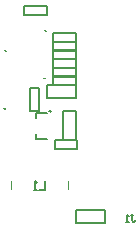
<source format=gbr>
%FSTAX24Y24*%
%MOIN*%
%SFA1B1*%

%IPPOS*%
%ADD17C,0.007900*%
%ADD56C,0.003900*%
%ADD57C,0.005900*%
%ADD58C,0.005000*%
%LNplb-1*%
%LPD*%
%SRX1Y1I0J0*%
G54D17*
X001289Y002549D02*
Y002726D01*
Y002549D02*
X001683D01*
X001289Y003238D02*
Y003415D01*
X001683*
X001601Y001132D02*
Y000856D01*
X001417*
X001325D02*
X001234D01*
X00128*
Y001132*
X001325Y001086*
G54D56*
X000276Y003563D02*
D01*
D01*
G75*
G03X000236I-000020J0D01*
G74*G01*
D01*
G75*
G03X000276I000020J0D01*
G74*G01*
X001632Y006161D02*
D01*
D01*
G75*
G03X001592I-000020J0D01*
G74*G01*
D01*
G75*
G03X001632I000020J0D01*
G74*G01*
X0003Y005496D02*
D01*
D01*
G75*
G03X00026I-000020J0D01*
G74*G01*
D01*
G75*
G03X0003I000020J0D01*
G74*G01*
X001603Y004567D02*
D01*
D01*
G75*
G03X001563I-000020J0D01*
G74*G01*
D01*
G75*
G03X001603I000020J0D01*
G74*G01*
X002377Y000874D02*
Y001149D01*
X000487Y000874D02*
Y001149D01*
G54D57*
X001811Y003474D02*
D01*
D01*
G75*
G03X001751I-000030J0D01*
G74*G01*
D01*
G75*
G03X001811I000030J0D01*
G74*G01*
X004469Y000029D02*
X004547D01*
X004508*
Y-000167*
X004547Y-000207*
X004587*
X004626Y-000167*
X00439Y-000207D02*
X004311D01*
X00435*
Y000029*
X00439Y-00001*
G54D58*
X002638Y000167D02*
X003602D01*
Y-000246D02*
Y000167D01*
X002638Y-000246D02*
X003602D01*
X002638D02*
Y000167D01*
X001924Y002512D02*
X002681D01*
Y002217D02*
Y002512D01*
X001924Y002217D02*
X002681D01*
X001924D02*
Y002512D01*
X002628Y00253D02*
Y003494D01*
X002215Y00253D02*
Y003494D01*
X002628*
X002215Y00253D02*
X002628D01*
X001663Y003927D02*
X002628D01*
X001663D02*
Y004341D01*
X002628*
Y003927D02*
Y004341D01*
X001102Y003494D02*
Y004252D01*
X001398*
Y003494D02*
Y004252D01*
X001102Y003494D02*
X001398D01*
X000904Y006673D02*
X001662D01*
X000904D02*
Y006969D01*
X001662*
Y006673D02*
Y006969D01*
X00187Y004636D02*
X002628D01*
Y004341D02*
Y004636D01*
X00187Y004341D02*
X002628D01*
X00187D02*
Y004636D01*
Y004923D02*
X002628D01*
Y004628D02*
Y004923D01*
X00187Y004628D02*
X002628D01*
X00187D02*
Y004923D01*
Y004915D02*
Y005211D01*
Y004915D02*
X002628D01*
Y005211*
X00187D02*
X002628D01*
X00187Y005498D02*
X002628D01*
Y005203D02*
Y005498D01*
X00187Y005203D02*
X002628D01*
X00187D02*
Y005498D01*
Y00549D02*
Y005785D01*
Y00549D02*
X002628D01*
Y005785*
X00187D02*
X002628D01*
X00187Y006073D02*
X002628D01*
Y005778D02*
Y006073D01*
X00187Y005778D02*
X002628D01*
X00187D02*
Y006073D01*
M02*
</source>
